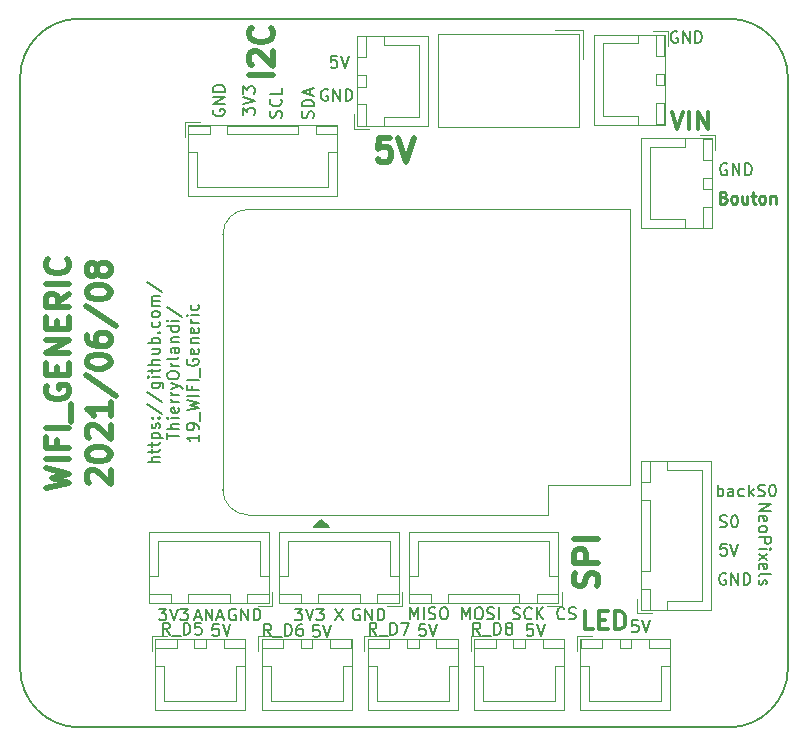
<source format=gbr>
%TF.GenerationSoftware,KiCad,Pcbnew,(5.1.9)-1*%
%TF.CreationDate,2021-06-08T16:49:57+02:00*%
%TF.ProjectId,19_WIFI_Generic,31395f57-4946-4495-9f47-656e65726963,rev?*%
%TF.SameCoordinates,Original*%
%TF.FileFunction,Legend,Top*%
%TF.FilePolarity,Positive*%
%FSLAX46Y46*%
G04 Gerber Fmt 4.6, Leading zero omitted, Abs format (unit mm)*
G04 Created by KiCad (PCBNEW (5.1.9)-1) date 2021-06-08 16:49:57*
%MOMM*%
%LPD*%
G01*
G04 APERTURE LIST*
%ADD10C,0.150000*%
%ADD11C,0.500000*%
%ADD12C,0.375000*%
%ADD13C,0.250000*%
%TA.AperFunction,Profile*%
%ADD14C,0.150000*%
%TD*%
%ADD15C,0.120000*%
G04 APERTURE END LIST*
D10*
X153952380Y-132152380D02*
X153619047Y-131676190D01*
X153380952Y-132152380D02*
X153380952Y-131152380D01*
X153761904Y-131152380D01*
X153857142Y-131200000D01*
X153904761Y-131247619D01*
X153952380Y-131342857D01*
X153952380Y-131485714D01*
X153904761Y-131580952D01*
X153857142Y-131628571D01*
X153761904Y-131676190D01*
X153380952Y-131676190D01*
X154142857Y-132247619D02*
X154904761Y-132247619D01*
X155142857Y-132152380D02*
X155142857Y-131152380D01*
X155380952Y-131152380D01*
X155523809Y-131200000D01*
X155619047Y-131295238D01*
X155666666Y-131390476D01*
X155714285Y-131580952D01*
X155714285Y-131723809D01*
X155666666Y-131914285D01*
X155619047Y-132009523D01*
X155523809Y-132104761D01*
X155380952Y-132152380D01*
X155142857Y-132152380D01*
X156285714Y-131580952D02*
X156190476Y-131533333D01*
X156142857Y-131485714D01*
X156095238Y-131390476D01*
X156095238Y-131342857D01*
X156142857Y-131247619D01*
X156190476Y-131200000D01*
X156285714Y-131152380D01*
X156476190Y-131152380D01*
X156571428Y-131200000D01*
X156619047Y-131247619D01*
X156666666Y-131342857D01*
X156666666Y-131390476D01*
X156619047Y-131485714D01*
X156571428Y-131533333D01*
X156476190Y-131580952D01*
X156285714Y-131580952D01*
X156190476Y-131628571D01*
X156142857Y-131676190D01*
X156095238Y-131771428D01*
X156095238Y-131961904D01*
X156142857Y-132057142D01*
X156190476Y-132104761D01*
X156285714Y-132152380D01*
X156476190Y-132152380D01*
X156571428Y-132104761D01*
X156619047Y-132057142D01*
X156666666Y-131961904D01*
X156666666Y-131771428D01*
X156619047Y-131676190D01*
X156571428Y-131628571D01*
X156476190Y-131580952D01*
X145152380Y-132152380D02*
X144819047Y-131676190D01*
X144580952Y-132152380D02*
X144580952Y-131152380D01*
X144961904Y-131152380D01*
X145057142Y-131200000D01*
X145104761Y-131247619D01*
X145152380Y-131342857D01*
X145152380Y-131485714D01*
X145104761Y-131580952D01*
X145057142Y-131628571D01*
X144961904Y-131676190D01*
X144580952Y-131676190D01*
X145342857Y-132247619D02*
X146104761Y-132247619D01*
X146342857Y-132152380D02*
X146342857Y-131152380D01*
X146580952Y-131152380D01*
X146723809Y-131200000D01*
X146819047Y-131295238D01*
X146866666Y-131390476D01*
X146914285Y-131580952D01*
X146914285Y-131723809D01*
X146866666Y-131914285D01*
X146819047Y-132009523D01*
X146723809Y-132104761D01*
X146580952Y-132152380D01*
X146342857Y-132152380D01*
X147247619Y-131152380D02*
X147914285Y-131152380D01*
X147485714Y-132152380D01*
X136252380Y-132252380D02*
X135919047Y-131776190D01*
X135680952Y-132252380D02*
X135680952Y-131252380D01*
X136061904Y-131252380D01*
X136157142Y-131300000D01*
X136204761Y-131347619D01*
X136252380Y-131442857D01*
X136252380Y-131585714D01*
X136204761Y-131680952D01*
X136157142Y-131728571D01*
X136061904Y-131776190D01*
X135680952Y-131776190D01*
X136442857Y-132347619D02*
X137204761Y-132347619D01*
X137442857Y-132252380D02*
X137442857Y-131252380D01*
X137680952Y-131252380D01*
X137823809Y-131300000D01*
X137919047Y-131395238D01*
X137966666Y-131490476D01*
X138014285Y-131680952D01*
X138014285Y-131823809D01*
X137966666Y-132014285D01*
X137919047Y-132109523D01*
X137823809Y-132204761D01*
X137680952Y-132252380D01*
X137442857Y-132252380D01*
X138871428Y-131252380D02*
X138680952Y-131252380D01*
X138585714Y-131300000D01*
X138538095Y-131347619D01*
X138442857Y-131490476D01*
X138395238Y-131680952D01*
X138395238Y-132061904D01*
X138442857Y-132157142D01*
X138490476Y-132204761D01*
X138585714Y-132252380D01*
X138776190Y-132252380D01*
X138871428Y-132204761D01*
X138919047Y-132157142D01*
X138966666Y-132061904D01*
X138966666Y-131823809D01*
X138919047Y-131728571D01*
X138871428Y-131680952D01*
X138776190Y-131633333D01*
X138585714Y-131633333D01*
X138490476Y-131680952D01*
X138442857Y-131728571D01*
X138395238Y-131823809D01*
X158409523Y-131252380D02*
X157933333Y-131252380D01*
X157885714Y-131728571D01*
X157933333Y-131680952D01*
X158028571Y-131633333D01*
X158266666Y-131633333D01*
X158361904Y-131680952D01*
X158409523Y-131728571D01*
X158457142Y-131823809D01*
X158457142Y-132061904D01*
X158409523Y-132157142D01*
X158361904Y-132204761D01*
X158266666Y-132252380D01*
X158028571Y-132252380D01*
X157933333Y-132204761D01*
X157885714Y-132157142D01*
X158742857Y-131252380D02*
X159076190Y-132252380D01*
X159409523Y-131252380D01*
X149309523Y-131252380D02*
X148833333Y-131252380D01*
X148785714Y-131728571D01*
X148833333Y-131680952D01*
X148928571Y-131633333D01*
X149166666Y-131633333D01*
X149261904Y-131680952D01*
X149309523Y-131728571D01*
X149357142Y-131823809D01*
X149357142Y-132061904D01*
X149309523Y-132157142D01*
X149261904Y-132204761D01*
X149166666Y-132252380D01*
X148928571Y-132252380D01*
X148833333Y-132204761D01*
X148785714Y-132157142D01*
X149642857Y-131252380D02*
X149976190Y-132252380D01*
X150309523Y-131252380D01*
X140309523Y-131352380D02*
X139833333Y-131352380D01*
X139785714Y-131828571D01*
X139833333Y-131780952D01*
X139928571Y-131733333D01*
X140166666Y-131733333D01*
X140261904Y-131780952D01*
X140309523Y-131828571D01*
X140357142Y-131923809D01*
X140357142Y-132161904D01*
X140309523Y-132257142D01*
X140261904Y-132304761D01*
X140166666Y-132352380D01*
X139928571Y-132352380D01*
X139833333Y-132304761D01*
X139785714Y-132257142D01*
X140642857Y-131352380D02*
X140976190Y-132352380D01*
X141309523Y-131352380D01*
D11*
X163809523Y-128047619D02*
X163904761Y-127761904D01*
X163904761Y-127285714D01*
X163809523Y-127095238D01*
X163714285Y-127000000D01*
X163523809Y-126904761D01*
X163333333Y-126904761D01*
X163142857Y-127000000D01*
X163047619Y-127095238D01*
X162952380Y-127285714D01*
X162857142Y-127666666D01*
X162761904Y-127857142D01*
X162666666Y-127952380D01*
X162476190Y-128047619D01*
X162285714Y-128047619D01*
X162095238Y-127952380D01*
X162000000Y-127857142D01*
X161904761Y-127666666D01*
X161904761Y-127190476D01*
X162000000Y-126904761D01*
X163904761Y-126047619D02*
X161904761Y-126047619D01*
X161904761Y-125285714D01*
X162000000Y-125095238D01*
X162095238Y-125000000D01*
X162285714Y-124904761D01*
X162571428Y-124904761D01*
X162761904Y-125000000D01*
X162857142Y-125095238D01*
X162952380Y-125285714D01*
X162952380Y-126047619D01*
X163904761Y-124047619D02*
X161904761Y-124047619D01*
D10*
X148023809Y-130852380D02*
X148023809Y-129852380D01*
X148357142Y-130566666D01*
X148690476Y-129852380D01*
X148690476Y-130852380D01*
X149166666Y-130852380D02*
X149166666Y-129852380D01*
X149595238Y-130804761D02*
X149738095Y-130852380D01*
X149976190Y-130852380D01*
X150071428Y-130804761D01*
X150119047Y-130757142D01*
X150166666Y-130661904D01*
X150166666Y-130566666D01*
X150119047Y-130471428D01*
X150071428Y-130423809D01*
X149976190Y-130376190D01*
X149785714Y-130328571D01*
X149690476Y-130280952D01*
X149642857Y-130233333D01*
X149595238Y-130138095D01*
X149595238Y-130042857D01*
X149642857Y-129947619D01*
X149690476Y-129900000D01*
X149785714Y-129852380D01*
X150023809Y-129852380D01*
X150166666Y-129900000D01*
X150785714Y-129852380D02*
X150976190Y-129852380D01*
X151071428Y-129900000D01*
X151166666Y-129995238D01*
X151214285Y-130185714D01*
X151214285Y-130519047D01*
X151166666Y-130709523D01*
X151071428Y-130804761D01*
X150976190Y-130852380D01*
X150785714Y-130852380D01*
X150690476Y-130804761D01*
X150595238Y-130709523D01*
X150547619Y-130519047D01*
X150547619Y-130185714D01*
X150595238Y-129995238D01*
X150690476Y-129900000D01*
X150785714Y-129852380D01*
X152404761Y-130852380D02*
X152404761Y-129852380D01*
X152738095Y-130566666D01*
X153071428Y-129852380D01*
X153071428Y-130852380D01*
X153738095Y-129852380D02*
X153928571Y-129852380D01*
X154023809Y-129900000D01*
X154119047Y-129995238D01*
X154166666Y-130185714D01*
X154166666Y-130519047D01*
X154119047Y-130709523D01*
X154023809Y-130804761D01*
X153928571Y-130852380D01*
X153738095Y-130852380D01*
X153642857Y-130804761D01*
X153547619Y-130709523D01*
X153500000Y-130519047D01*
X153500000Y-130185714D01*
X153547619Y-129995238D01*
X153642857Y-129900000D01*
X153738095Y-129852380D01*
X154547619Y-130804761D02*
X154690476Y-130852380D01*
X154928571Y-130852380D01*
X155023809Y-130804761D01*
X155071428Y-130757142D01*
X155119047Y-130661904D01*
X155119047Y-130566666D01*
X155071428Y-130471428D01*
X155023809Y-130423809D01*
X154928571Y-130376190D01*
X154738095Y-130328571D01*
X154642857Y-130280952D01*
X154595238Y-130233333D01*
X154547619Y-130138095D01*
X154547619Y-130042857D01*
X154595238Y-129947619D01*
X154642857Y-129900000D01*
X154738095Y-129852380D01*
X154976190Y-129852380D01*
X155119047Y-129900000D01*
X155547619Y-130852380D02*
X155547619Y-129852380D01*
X156738095Y-130804761D02*
X156880952Y-130852380D01*
X157119047Y-130852380D01*
X157214285Y-130804761D01*
X157261904Y-130757142D01*
X157309523Y-130661904D01*
X157309523Y-130566666D01*
X157261904Y-130471428D01*
X157214285Y-130423809D01*
X157119047Y-130376190D01*
X156928571Y-130328571D01*
X156833333Y-130280952D01*
X156785714Y-130233333D01*
X156738095Y-130138095D01*
X156738095Y-130042857D01*
X156785714Y-129947619D01*
X156833333Y-129900000D01*
X156928571Y-129852380D01*
X157166666Y-129852380D01*
X157309523Y-129900000D01*
X158309523Y-130757142D02*
X158261904Y-130804761D01*
X158119047Y-130852380D01*
X158023809Y-130852380D01*
X157880952Y-130804761D01*
X157785714Y-130709523D01*
X157738095Y-130614285D01*
X157690476Y-130423809D01*
X157690476Y-130280952D01*
X157738095Y-130090476D01*
X157785714Y-129995238D01*
X157880952Y-129900000D01*
X158023809Y-129852380D01*
X158119047Y-129852380D01*
X158261904Y-129900000D01*
X158309523Y-129947619D01*
X158738095Y-130852380D02*
X158738095Y-129852380D01*
X159309523Y-130852380D02*
X158880952Y-130280952D01*
X159309523Y-129852380D02*
X158738095Y-130423809D01*
X161071428Y-130757142D02*
X161023809Y-130804761D01*
X160880952Y-130852380D01*
X160785714Y-130852380D01*
X160642857Y-130804761D01*
X160547619Y-130709523D01*
X160500000Y-130614285D01*
X160452380Y-130423809D01*
X160452380Y-130280952D01*
X160500000Y-130090476D01*
X160547619Y-129995238D01*
X160642857Y-129900000D01*
X160785714Y-129852380D01*
X160880952Y-129852380D01*
X161023809Y-129900000D01*
X161071428Y-129947619D01*
X161452380Y-130804761D02*
X161595238Y-130852380D01*
X161833333Y-130852380D01*
X161928571Y-130804761D01*
X161976190Y-130757142D01*
X162023809Y-130661904D01*
X162023809Y-130566666D01*
X161976190Y-130471428D01*
X161928571Y-130423809D01*
X161833333Y-130376190D01*
X161642857Y-130328571D01*
X161547619Y-130280952D01*
X161500000Y-130233333D01*
X161452380Y-130138095D01*
X161452380Y-130042857D01*
X161500000Y-129947619D01*
X161547619Y-129900000D01*
X161642857Y-129852380D01*
X161880952Y-129852380D01*
X162023809Y-129900000D01*
X141666666Y-129952380D02*
X142333333Y-130952380D01*
X142333333Y-129952380D02*
X141666666Y-130952380D01*
X143738095Y-130000000D02*
X143642857Y-129952380D01*
X143500000Y-129952380D01*
X143357142Y-130000000D01*
X143261904Y-130095238D01*
X143214285Y-130190476D01*
X143166666Y-130380952D01*
X143166666Y-130523809D01*
X143214285Y-130714285D01*
X143261904Y-130809523D01*
X143357142Y-130904761D01*
X143500000Y-130952380D01*
X143595238Y-130952380D01*
X143738095Y-130904761D01*
X143785714Y-130857142D01*
X143785714Y-130523809D01*
X143595238Y-130523809D01*
X144214285Y-130952380D02*
X144214285Y-129952380D01*
X144785714Y-130952380D01*
X144785714Y-129952380D01*
X145261904Y-130952380D02*
X145261904Y-129952380D01*
X145500000Y-129952380D01*
X145642857Y-130000000D01*
X145738095Y-130095238D01*
X145785714Y-130190476D01*
X145833333Y-130380952D01*
X145833333Y-130523809D01*
X145785714Y-130714285D01*
X145738095Y-130809523D01*
X145642857Y-130904761D01*
X145500000Y-130952380D01*
X145261904Y-130952380D01*
X138261904Y-129952380D02*
X138880952Y-129952380D01*
X138547619Y-130333333D01*
X138690476Y-130333333D01*
X138785714Y-130380952D01*
X138833333Y-130428571D01*
X138880952Y-130523809D01*
X138880952Y-130761904D01*
X138833333Y-130857142D01*
X138785714Y-130904761D01*
X138690476Y-130952380D01*
X138404761Y-130952380D01*
X138309523Y-130904761D01*
X138261904Y-130857142D01*
X139166666Y-129952380D02*
X139500000Y-130952380D01*
X139833333Y-129952380D01*
X140071428Y-129952380D02*
X140690476Y-129952380D01*
X140357142Y-130333333D01*
X140500000Y-130333333D01*
X140595238Y-130380952D01*
X140642857Y-130428571D01*
X140690476Y-130523809D01*
X140690476Y-130761904D01*
X140642857Y-130857142D01*
X140595238Y-130904761D01*
X140500000Y-130952380D01*
X140214285Y-130952380D01*
X140119047Y-130904761D01*
X140071428Y-130857142D01*
X127652380Y-132152380D02*
X127319047Y-131676190D01*
X127080952Y-132152380D02*
X127080952Y-131152380D01*
X127461904Y-131152380D01*
X127557142Y-131200000D01*
X127604761Y-131247619D01*
X127652380Y-131342857D01*
X127652380Y-131485714D01*
X127604761Y-131580952D01*
X127557142Y-131628571D01*
X127461904Y-131676190D01*
X127080952Y-131676190D01*
X127842857Y-132247619D02*
X128604761Y-132247619D01*
X128842857Y-132152380D02*
X128842857Y-131152380D01*
X129080952Y-131152380D01*
X129223809Y-131200000D01*
X129319047Y-131295238D01*
X129366666Y-131390476D01*
X129414285Y-131580952D01*
X129414285Y-131723809D01*
X129366666Y-131914285D01*
X129319047Y-132009523D01*
X129223809Y-132104761D01*
X129080952Y-132152380D01*
X128842857Y-132152380D01*
X130319047Y-131152380D02*
X129842857Y-131152380D01*
X129795238Y-131628571D01*
X129842857Y-131580952D01*
X129938095Y-131533333D01*
X130176190Y-131533333D01*
X130271428Y-131580952D01*
X130319047Y-131628571D01*
X130366666Y-131723809D01*
X130366666Y-131961904D01*
X130319047Y-132057142D01*
X130271428Y-132104761D01*
X130176190Y-132152380D01*
X129938095Y-132152380D01*
X129842857Y-132104761D01*
X129795238Y-132057142D01*
X131809523Y-131252380D02*
X131333333Y-131252380D01*
X131285714Y-131728571D01*
X131333333Y-131680952D01*
X131428571Y-131633333D01*
X131666666Y-131633333D01*
X131761904Y-131680952D01*
X131809523Y-131728571D01*
X131857142Y-131823809D01*
X131857142Y-132061904D01*
X131809523Y-132157142D01*
X131761904Y-132204761D01*
X131666666Y-132252380D01*
X131428571Y-132252380D01*
X131333333Y-132204761D01*
X131285714Y-132157142D01*
X132142857Y-131252380D02*
X132476190Y-132252380D01*
X132809523Y-131252380D01*
X170638095Y-81100000D02*
X170542857Y-81052380D01*
X170400000Y-81052380D01*
X170257142Y-81100000D01*
X170161904Y-81195238D01*
X170114285Y-81290476D01*
X170066666Y-81480952D01*
X170066666Y-81623809D01*
X170114285Y-81814285D01*
X170161904Y-81909523D01*
X170257142Y-82004761D01*
X170400000Y-82052380D01*
X170495238Y-82052380D01*
X170638095Y-82004761D01*
X170685714Y-81957142D01*
X170685714Y-81623809D01*
X170495238Y-81623809D01*
X171114285Y-82052380D02*
X171114285Y-81052380D01*
X171685714Y-82052380D01*
X171685714Y-81052380D01*
X172161904Y-82052380D02*
X172161904Y-81052380D01*
X172400000Y-81052380D01*
X172542857Y-81100000D01*
X172638095Y-81195238D01*
X172685714Y-81290476D01*
X172733333Y-81480952D01*
X172733333Y-81623809D01*
X172685714Y-81814285D01*
X172638095Y-81909523D01*
X172542857Y-82004761D01*
X172400000Y-82052380D01*
X172161904Y-82052380D01*
X141809523Y-83152380D02*
X141333333Y-83152380D01*
X141285714Y-83628571D01*
X141333333Y-83580952D01*
X141428571Y-83533333D01*
X141666666Y-83533333D01*
X141761904Y-83580952D01*
X141809523Y-83628571D01*
X141857142Y-83723809D01*
X141857142Y-83961904D01*
X141809523Y-84057142D01*
X141761904Y-84104761D01*
X141666666Y-84152380D01*
X141428571Y-84152380D01*
X141333333Y-84104761D01*
X141285714Y-84057142D01*
X142142857Y-83152380D02*
X142476190Y-84152380D01*
X142809523Y-83152380D01*
X141038095Y-86000000D02*
X140942857Y-85952380D01*
X140800000Y-85952380D01*
X140657142Y-86000000D01*
X140561904Y-86095238D01*
X140514285Y-86190476D01*
X140466666Y-86380952D01*
X140466666Y-86523809D01*
X140514285Y-86714285D01*
X140561904Y-86809523D01*
X140657142Y-86904761D01*
X140800000Y-86952380D01*
X140895238Y-86952380D01*
X141038095Y-86904761D01*
X141085714Y-86857142D01*
X141085714Y-86523809D01*
X140895238Y-86523809D01*
X141514285Y-86952380D02*
X141514285Y-85952380D01*
X142085714Y-86952380D01*
X142085714Y-85952380D01*
X142561904Y-86952380D02*
X142561904Y-85952380D01*
X142800000Y-85952380D01*
X142942857Y-86000000D01*
X143038095Y-86095238D01*
X143085714Y-86190476D01*
X143133333Y-86380952D01*
X143133333Y-86523809D01*
X143085714Y-86714285D01*
X143038095Y-86809523D01*
X142942857Y-86904761D01*
X142800000Y-86952380D01*
X142561904Y-86952380D01*
D11*
X146319047Y-90104761D02*
X145366666Y-90104761D01*
X145271428Y-91057142D01*
X145366666Y-90961904D01*
X145557142Y-90866666D01*
X146033333Y-90866666D01*
X146223809Y-90961904D01*
X146319047Y-91057142D01*
X146414285Y-91247619D01*
X146414285Y-91723809D01*
X146319047Y-91914285D01*
X146223809Y-92009523D01*
X146033333Y-92104761D01*
X145557142Y-92104761D01*
X145366666Y-92009523D01*
X145271428Y-91914285D01*
X146985714Y-90104761D02*
X147652380Y-92104761D01*
X148319047Y-90104761D01*
D10*
X129809523Y-130666666D02*
X130285714Y-130666666D01*
X129714285Y-130952380D02*
X130047619Y-129952380D01*
X130380952Y-130952380D01*
X130714285Y-130952380D02*
X130714285Y-129952380D01*
X131285714Y-130952380D01*
X131285714Y-129952380D01*
X131714285Y-130666666D02*
X132190476Y-130666666D01*
X131619047Y-130952380D02*
X131952380Y-129952380D01*
X132285714Y-130952380D01*
X126761904Y-129952380D02*
X127380952Y-129952380D01*
X127047619Y-130333333D01*
X127190476Y-130333333D01*
X127285714Y-130380952D01*
X127333333Y-130428571D01*
X127380952Y-130523809D01*
X127380952Y-130761904D01*
X127333333Y-130857142D01*
X127285714Y-130904761D01*
X127190476Y-130952380D01*
X126904761Y-130952380D01*
X126809523Y-130904761D01*
X126761904Y-130857142D01*
X127666666Y-129952380D02*
X128000000Y-130952380D01*
X128333333Y-129952380D01*
X128571428Y-129952380D02*
X129190476Y-129952380D01*
X128857142Y-130333333D01*
X129000000Y-130333333D01*
X129095238Y-130380952D01*
X129142857Y-130428571D01*
X129190476Y-130523809D01*
X129190476Y-130761904D01*
X129142857Y-130857142D01*
X129095238Y-130904761D01*
X129000000Y-130952380D01*
X128714285Y-130952380D01*
X128619047Y-130904761D01*
X128571428Y-130857142D01*
X133238095Y-130000000D02*
X133142857Y-129952380D01*
X133000000Y-129952380D01*
X132857142Y-130000000D01*
X132761904Y-130095238D01*
X132714285Y-130190476D01*
X132666666Y-130380952D01*
X132666666Y-130523809D01*
X132714285Y-130714285D01*
X132761904Y-130809523D01*
X132857142Y-130904761D01*
X133000000Y-130952380D01*
X133095238Y-130952380D01*
X133238095Y-130904761D01*
X133285714Y-130857142D01*
X133285714Y-130523809D01*
X133095238Y-130523809D01*
X133714285Y-130952380D02*
X133714285Y-129952380D01*
X134285714Y-130952380D01*
X134285714Y-129952380D01*
X134761904Y-130952380D02*
X134761904Y-129952380D01*
X135000000Y-129952380D01*
X135142857Y-130000000D01*
X135238095Y-130095238D01*
X135285714Y-130190476D01*
X135333333Y-130380952D01*
X135333333Y-130523809D01*
X135285714Y-130714285D01*
X135238095Y-130809523D01*
X135142857Y-130904761D01*
X135000000Y-130952380D01*
X134761904Y-130952380D01*
D12*
X170157142Y-87878571D02*
X170657142Y-89378571D01*
X171157142Y-87878571D01*
X171657142Y-89378571D02*
X171657142Y-87878571D01*
X172371428Y-89378571D02*
X172371428Y-87878571D01*
X173228571Y-89378571D01*
X173228571Y-87878571D01*
D11*
X136404761Y-84752380D02*
X134404761Y-84752380D01*
X134595238Y-83895238D02*
X134500000Y-83800000D01*
X134404761Y-83609523D01*
X134404761Y-83133333D01*
X134500000Y-82942857D01*
X134595238Y-82847619D01*
X134785714Y-82752380D01*
X134976190Y-82752380D01*
X135261904Y-82847619D01*
X136404761Y-83990476D01*
X136404761Y-82752380D01*
X136214285Y-80752380D02*
X136309523Y-80847619D01*
X136404761Y-81133333D01*
X136404761Y-81323809D01*
X136309523Y-81609523D01*
X136119047Y-81800000D01*
X135928571Y-81895238D01*
X135547619Y-81990476D01*
X135261904Y-81990476D01*
X134880952Y-81895238D01*
X134690476Y-81800000D01*
X134500000Y-81609523D01*
X134404761Y-81323809D01*
X134404761Y-81133333D01*
X134500000Y-80847619D01*
X134595238Y-80752380D01*
X117154761Y-119761904D02*
X119154761Y-119285714D01*
X117726190Y-118904761D01*
X119154761Y-118523809D01*
X117154761Y-118047619D01*
X119154761Y-117285714D02*
X117154761Y-117285714D01*
X118107142Y-115666666D02*
X118107142Y-116333333D01*
X119154761Y-116333333D02*
X117154761Y-116333333D01*
X117154761Y-115380952D01*
X119154761Y-114619047D02*
X117154761Y-114619047D01*
X119345238Y-114142857D02*
X119345238Y-112619047D01*
X117250000Y-111095238D02*
X117154761Y-111285714D01*
X117154761Y-111571428D01*
X117250000Y-111857142D01*
X117440476Y-112047619D01*
X117630952Y-112142857D01*
X118011904Y-112238095D01*
X118297619Y-112238095D01*
X118678571Y-112142857D01*
X118869047Y-112047619D01*
X119059523Y-111857142D01*
X119154761Y-111571428D01*
X119154761Y-111380952D01*
X119059523Y-111095238D01*
X118964285Y-111000000D01*
X118297619Y-111000000D01*
X118297619Y-111380952D01*
X118107142Y-110142857D02*
X118107142Y-109476190D01*
X119154761Y-109190476D02*
X119154761Y-110142857D01*
X117154761Y-110142857D01*
X117154761Y-109190476D01*
X119154761Y-108333333D02*
X117154761Y-108333333D01*
X119154761Y-107190476D01*
X117154761Y-107190476D01*
X118107142Y-106238095D02*
X118107142Y-105571428D01*
X119154761Y-105285714D02*
X119154761Y-106238095D01*
X117154761Y-106238095D01*
X117154761Y-105285714D01*
X119154761Y-103285714D02*
X118202380Y-103952380D01*
X119154761Y-104428571D02*
X117154761Y-104428571D01*
X117154761Y-103666666D01*
X117250000Y-103476190D01*
X117345238Y-103380952D01*
X117535714Y-103285714D01*
X117821428Y-103285714D01*
X118011904Y-103380952D01*
X118107142Y-103476190D01*
X118202380Y-103666666D01*
X118202380Y-104428571D01*
X119154761Y-102428571D02*
X117154761Y-102428571D01*
X118964285Y-100333333D02*
X119059523Y-100428571D01*
X119154761Y-100714285D01*
X119154761Y-100904761D01*
X119059523Y-101190476D01*
X118869047Y-101380952D01*
X118678571Y-101476190D01*
X118297619Y-101571428D01*
X118011904Y-101571428D01*
X117630952Y-101476190D01*
X117440476Y-101380952D01*
X117250000Y-101190476D01*
X117154761Y-100904761D01*
X117154761Y-100714285D01*
X117250000Y-100428571D01*
X117345238Y-100333333D01*
X120845238Y-119333333D02*
X120750000Y-119238095D01*
X120654761Y-119047619D01*
X120654761Y-118571428D01*
X120750000Y-118380952D01*
X120845238Y-118285714D01*
X121035714Y-118190476D01*
X121226190Y-118190476D01*
X121511904Y-118285714D01*
X122654761Y-119428571D01*
X122654761Y-118190476D01*
X120654761Y-116952380D02*
X120654761Y-116761904D01*
X120750000Y-116571428D01*
X120845238Y-116476190D01*
X121035714Y-116380952D01*
X121416666Y-116285714D01*
X121892857Y-116285714D01*
X122273809Y-116380952D01*
X122464285Y-116476190D01*
X122559523Y-116571428D01*
X122654761Y-116761904D01*
X122654761Y-116952380D01*
X122559523Y-117142857D01*
X122464285Y-117238095D01*
X122273809Y-117333333D01*
X121892857Y-117428571D01*
X121416666Y-117428571D01*
X121035714Y-117333333D01*
X120845238Y-117238095D01*
X120750000Y-117142857D01*
X120654761Y-116952380D01*
X120845238Y-115523809D02*
X120750000Y-115428571D01*
X120654761Y-115238095D01*
X120654761Y-114761904D01*
X120750000Y-114571428D01*
X120845238Y-114476190D01*
X121035714Y-114380952D01*
X121226190Y-114380952D01*
X121511904Y-114476190D01*
X122654761Y-115619047D01*
X122654761Y-114380952D01*
X122654761Y-112476190D02*
X122654761Y-113619047D01*
X122654761Y-113047619D02*
X120654761Y-113047619D01*
X120940476Y-113238095D01*
X121130952Y-113428571D01*
X121226190Y-113619047D01*
X120559523Y-110190476D02*
X123130952Y-111904761D01*
X120654761Y-109142857D02*
X120654761Y-108952380D01*
X120750000Y-108761904D01*
X120845238Y-108666666D01*
X121035714Y-108571428D01*
X121416666Y-108476190D01*
X121892857Y-108476190D01*
X122273809Y-108571428D01*
X122464285Y-108666666D01*
X122559523Y-108761904D01*
X122654761Y-108952380D01*
X122654761Y-109142857D01*
X122559523Y-109333333D01*
X122464285Y-109428571D01*
X122273809Y-109523809D01*
X121892857Y-109619047D01*
X121416666Y-109619047D01*
X121035714Y-109523809D01*
X120845238Y-109428571D01*
X120750000Y-109333333D01*
X120654761Y-109142857D01*
X120654761Y-106761904D02*
X120654761Y-107142857D01*
X120750000Y-107333333D01*
X120845238Y-107428571D01*
X121130952Y-107619047D01*
X121511904Y-107714285D01*
X122273809Y-107714285D01*
X122464285Y-107619047D01*
X122559523Y-107523809D01*
X122654761Y-107333333D01*
X122654761Y-106952380D01*
X122559523Y-106761904D01*
X122464285Y-106666666D01*
X122273809Y-106571428D01*
X121797619Y-106571428D01*
X121607142Y-106666666D01*
X121511904Y-106761904D01*
X121416666Y-106952380D01*
X121416666Y-107333333D01*
X121511904Y-107523809D01*
X121607142Y-107619047D01*
X121797619Y-107714285D01*
X120559523Y-104285714D02*
X123130952Y-106000000D01*
X120654761Y-103238095D02*
X120654761Y-103047619D01*
X120750000Y-102857142D01*
X120845238Y-102761904D01*
X121035714Y-102666666D01*
X121416666Y-102571428D01*
X121892857Y-102571428D01*
X122273809Y-102666666D01*
X122464285Y-102761904D01*
X122559523Y-102857142D01*
X122654761Y-103047619D01*
X122654761Y-103238095D01*
X122559523Y-103428571D01*
X122464285Y-103523809D01*
X122273809Y-103619047D01*
X121892857Y-103714285D01*
X121416666Y-103714285D01*
X121035714Y-103619047D01*
X120845238Y-103523809D01*
X120750000Y-103428571D01*
X120654761Y-103238095D01*
X121511904Y-101428571D02*
X121416666Y-101619047D01*
X121321428Y-101714285D01*
X121130952Y-101809523D01*
X121035714Y-101809523D01*
X120845238Y-101714285D01*
X120750000Y-101619047D01*
X120654761Y-101428571D01*
X120654761Y-101047619D01*
X120750000Y-100857142D01*
X120845238Y-100761904D01*
X121035714Y-100666666D01*
X121130952Y-100666666D01*
X121321428Y-100761904D01*
X121416666Y-100857142D01*
X121511904Y-101047619D01*
X121511904Y-101428571D01*
X121607142Y-101619047D01*
X121702380Y-101714285D01*
X121892857Y-101809523D01*
X122273809Y-101809523D01*
X122464285Y-101714285D01*
X122559523Y-101619047D01*
X122654761Y-101428571D01*
X122654761Y-101047619D01*
X122559523Y-100857142D01*
X122464285Y-100761904D01*
X122273809Y-100666666D01*
X121892857Y-100666666D01*
X121702380Y-100761904D01*
X121607142Y-100857142D01*
X121511904Y-101047619D01*
D10*
X174838095Y-92300000D02*
X174742857Y-92252380D01*
X174600000Y-92252380D01*
X174457142Y-92300000D01*
X174361904Y-92395238D01*
X174314285Y-92490476D01*
X174266666Y-92680952D01*
X174266666Y-92823809D01*
X174314285Y-93014285D01*
X174361904Y-93109523D01*
X174457142Y-93204761D01*
X174600000Y-93252380D01*
X174695238Y-93252380D01*
X174838095Y-93204761D01*
X174885714Y-93157142D01*
X174885714Y-92823809D01*
X174695238Y-92823809D01*
X175314285Y-93252380D02*
X175314285Y-92252380D01*
X175885714Y-93252380D01*
X175885714Y-92252380D01*
X176361904Y-93252380D02*
X176361904Y-92252380D01*
X176600000Y-92252380D01*
X176742857Y-92300000D01*
X176838095Y-92395238D01*
X176885714Y-92490476D01*
X176933333Y-92680952D01*
X176933333Y-92823809D01*
X176885714Y-93014285D01*
X176838095Y-93109523D01*
X176742857Y-93204761D01*
X176600000Y-93252380D01*
X176361904Y-93252380D01*
X167309523Y-130952380D02*
X166833333Y-130952380D01*
X166785714Y-131428571D01*
X166833333Y-131380952D01*
X166928571Y-131333333D01*
X167166666Y-131333333D01*
X167261904Y-131380952D01*
X167309523Y-131428571D01*
X167357142Y-131523809D01*
X167357142Y-131761904D01*
X167309523Y-131857142D01*
X167261904Y-131904761D01*
X167166666Y-131952380D01*
X166928571Y-131952380D01*
X166833333Y-131904761D01*
X166785714Y-131857142D01*
X167642857Y-130952380D02*
X167976190Y-131952380D01*
X168309523Y-130952380D01*
X139804761Y-88414285D02*
X139852380Y-88271428D01*
X139852380Y-88033333D01*
X139804761Y-87938095D01*
X139757142Y-87890476D01*
X139661904Y-87842857D01*
X139566666Y-87842857D01*
X139471428Y-87890476D01*
X139423809Y-87938095D01*
X139376190Y-88033333D01*
X139328571Y-88223809D01*
X139280952Y-88319047D01*
X139233333Y-88366666D01*
X139138095Y-88414285D01*
X139042857Y-88414285D01*
X138947619Y-88366666D01*
X138900000Y-88319047D01*
X138852380Y-88223809D01*
X138852380Y-87985714D01*
X138900000Y-87842857D01*
X139852380Y-87414285D02*
X138852380Y-87414285D01*
X138852380Y-87176190D01*
X138900000Y-87033333D01*
X138995238Y-86938095D01*
X139090476Y-86890476D01*
X139280952Y-86842857D01*
X139423809Y-86842857D01*
X139614285Y-86890476D01*
X139709523Y-86938095D01*
X139804761Y-87033333D01*
X139852380Y-87176190D01*
X139852380Y-87414285D01*
X139566666Y-86461904D02*
X139566666Y-85985714D01*
X139852380Y-86557142D02*
X138852380Y-86223809D01*
X139852380Y-85890476D01*
X137098761Y-88376476D02*
X137146380Y-88233619D01*
X137146380Y-87995523D01*
X137098761Y-87900285D01*
X137051142Y-87852666D01*
X136955904Y-87805047D01*
X136860666Y-87805047D01*
X136765428Y-87852666D01*
X136717809Y-87900285D01*
X136670190Y-87995523D01*
X136622571Y-88186000D01*
X136574952Y-88281238D01*
X136527333Y-88328857D01*
X136432095Y-88376476D01*
X136336857Y-88376476D01*
X136241619Y-88328857D01*
X136194000Y-88281238D01*
X136146380Y-88186000D01*
X136146380Y-87947904D01*
X136194000Y-87805047D01*
X137051142Y-86805047D02*
X137098761Y-86852666D01*
X137146380Y-86995523D01*
X137146380Y-87090761D01*
X137098761Y-87233619D01*
X137003523Y-87328857D01*
X136908285Y-87376476D01*
X136717809Y-87424095D01*
X136574952Y-87424095D01*
X136384476Y-87376476D01*
X136289238Y-87328857D01*
X136194000Y-87233619D01*
X136146380Y-87090761D01*
X136146380Y-86995523D01*
X136194000Y-86852666D01*
X136241619Y-86805047D01*
X137146380Y-85900285D02*
X137146380Y-86376476D01*
X136146380Y-86376476D01*
X133860380Y-88170095D02*
X133860380Y-87551047D01*
X134241333Y-87884380D01*
X134241333Y-87741523D01*
X134288952Y-87646285D01*
X134336571Y-87598666D01*
X134431809Y-87551047D01*
X134669904Y-87551047D01*
X134765142Y-87598666D01*
X134812761Y-87646285D01*
X134860380Y-87741523D01*
X134860380Y-88027238D01*
X134812761Y-88122476D01*
X134765142Y-88170095D01*
X133860380Y-87265333D02*
X134860380Y-86932000D01*
X133860380Y-86598666D01*
X133860380Y-86360571D02*
X133860380Y-85741523D01*
X134241333Y-86074857D01*
X134241333Y-85932000D01*
X134288952Y-85836761D01*
X134336571Y-85789142D01*
X134431809Y-85741523D01*
X134669904Y-85741523D01*
X134765142Y-85789142D01*
X134812761Y-85836761D01*
X134860380Y-85932000D01*
X134860380Y-86217714D01*
X134812761Y-86312952D01*
X134765142Y-86360571D01*
X131368000Y-87693904D02*
X131320380Y-87789142D01*
X131320380Y-87932000D01*
X131368000Y-88074857D01*
X131463238Y-88170095D01*
X131558476Y-88217714D01*
X131748952Y-88265333D01*
X131891809Y-88265333D01*
X132082285Y-88217714D01*
X132177523Y-88170095D01*
X132272761Y-88074857D01*
X132320380Y-87932000D01*
X132320380Y-87836761D01*
X132272761Y-87693904D01*
X132225142Y-87646285D01*
X131891809Y-87646285D01*
X131891809Y-87836761D01*
X132320380Y-87217714D02*
X131320380Y-87217714D01*
X132320380Y-86646285D01*
X131320380Y-86646285D01*
X132320380Y-86170095D02*
X131320380Y-86170095D01*
X131320380Y-85932000D01*
X131368000Y-85789142D01*
X131463238Y-85693904D01*
X131558476Y-85646285D01*
X131748952Y-85598666D01*
X131891809Y-85598666D01*
X132082285Y-85646285D01*
X132177523Y-85693904D01*
X132272761Y-85789142D01*
X132320380Y-85932000D01*
X132320380Y-86170095D01*
X174047619Y-120452380D02*
X174047619Y-119452380D01*
X174047619Y-119833333D02*
X174142857Y-119785714D01*
X174333333Y-119785714D01*
X174428571Y-119833333D01*
X174476190Y-119880952D01*
X174523809Y-119976190D01*
X174523809Y-120261904D01*
X174476190Y-120357142D01*
X174428571Y-120404761D01*
X174333333Y-120452380D01*
X174142857Y-120452380D01*
X174047619Y-120404761D01*
X175380952Y-120452380D02*
X175380952Y-119928571D01*
X175333333Y-119833333D01*
X175238095Y-119785714D01*
X175047619Y-119785714D01*
X174952380Y-119833333D01*
X175380952Y-120404761D02*
X175285714Y-120452380D01*
X175047619Y-120452380D01*
X174952380Y-120404761D01*
X174904761Y-120309523D01*
X174904761Y-120214285D01*
X174952380Y-120119047D01*
X175047619Y-120071428D01*
X175285714Y-120071428D01*
X175380952Y-120023809D01*
X176285714Y-120404761D02*
X176190476Y-120452380D01*
X176000000Y-120452380D01*
X175904761Y-120404761D01*
X175857142Y-120357142D01*
X175809523Y-120261904D01*
X175809523Y-119976190D01*
X175857142Y-119880952D01*
X175904761Y-119833333D01*
X176000000Y-119785714D01*
X176190476Y-119785714D01*
X176285714Y-119833333D01*
X176714285Y-120452380D02*
X176714285Y-119452380D01*
X176809523Y-120071428D02*
X177095238Y-120452380D01*
X177095238Y-119785714D02*
X176714285Y-120166666D01*
X177476190Y-120404761D02*
X177619047Y-120452380D01*
X177857142Y-120452380D01*
X177952380Y-120404761D01*
X178000000Y-120357142D01*
X178047619Y-120261904D01*
X178047619Y-120166666D01*
X178000000Y-120071428D01*
X177952380Y-120023809D01*
X177857142Y-119976190D01*
X177666666Y-119928571D01*
X177571428Y-119880952D01*
X177523809Y-119833333D01*
X177476190Y-119738095D01*
X177476190Y-119642857D01*
X177523809Y-119547619D01*
X177571428Y-119500000D01*
X177666666Y-119452380D01*
X177904761Y-119452380D01*
X178047619Y-119500000D01*
X178666666Y-119452380D02*
X178761904Y-119452380D01*
X178857142Y-119500000D01*
X178904761Y-119547619D01*
X178952380Y-119642857D01*
X179000000Y-119833333D01*
X179000000Y-120071428D01*
X178952380Y-120261904D01*
X178904761Y-120357142D01*
X178857142Y-120404761D01*
X178761904Y-120452380D01*
X178666666Y-120452380D01*
X178571428Y-120404761D01*
X178523809Y-120357142D01*
X178476190Y-120261904D01*
X178428571Y-120071428D01*
X178428571Y-119833333D01*
X178476190Y-119642857D01*
X178523809Y-119547619D01*
X178571428Y-119500000D01*
X178666666Y-119452380D01*
X174238095Y-123004761D02*
X174380952Y-123052380D01*
X174619047Y-123052380D01*
X174714285Y-123004761D01*
X174761904Y-122957142D01*
X174809523Y-122861904D01*
X174809523Y-122766666D01*
X174761904Y-122671428D01*
X174714285Y-122623809D01*
X174619047Y-122576190D01*
X174428571Y-122528571D01*
X174333333Y-122480952D01*
X174285714Y-122433333D01*
X174238095Y-122338095D01*
X174238095Y-122242857D01*
X174285714Y-122147619D01*
X174333333Y-122100000D01*
X174428571Y-122052380D01*
X174666666Y-122052380D01*
X174809523Y-122100000D01*
X175428571Y-122052380D02*
X175523809Y-122052380D01*
X175619047Y-122100000D01*
X175666666Y-122147619D01*
X175714285Y-122242857D01*
X175761904Y-122433333D01*
X175761904Y-122671428D01*
X175714285Y-122861904D01*
X175666666Y-122957142D01*
X175619047Y-123004761D01*
X175523809Y-123052380D01*
X175428571Y-123052380D01*
X175333333Y-123004761D01*
X175285714Y-122957142D01*
X175238095Y-122861904D01*
X175190476Y-122671428D01*
X175190476Y-122433333D01*
X175238095Y-122242857D01*
X175285714Y-122147619D01*
X175333333Y-122100000D01*
X175428571Y-122052380D01*
X174809523Y-124452380D02*
X174333333Y-124452380D01*
X174285714Y-124928571D01*
X174333333Y-124880952D01*
X174428571Y-124833333D01*
X174666666Y-124833333D01*
X174761904Y-124880952D01*
X174809523Y-124928571D01*
X174857142Y-125023809D01*
X174857142Y-125261904D01*
X174809523Y-125357142D01*
X174761904Y-125404761D01*
X174666666Y-125452380D01*
X174428571Y-125452380D01*
X174333333Y-125404761D01*
X174285714Y-125357142D01*
X175142857Y-124452380D02*
X175476190Y-125452380D01*
X175809523Y-124452380D01*
X174738095Y-127000000D02*
X174642857Y-126952380D01*
X174500000Y-126952380D01*
X174357142Y-127000000D01*
X174261904Y-127095238D01*
X174214285Y-127190476D01*
X174166666Y-127380952D01*
X174166666Y-127523809D01*
X174214285Y-127714285D01*
X174261904Y-127809523D01*
X174357142Y-127904761D01*
X174500000Y-127952380D01*
X174595238Y-127952380D01*
X174738095Y-127904761D01*
X174785714Y-127857142D01*
X174785714Y-127523809D01*
X174595238Y-127523809D01*
X175214285Y-127952380D02*
X175214285Y-126952380D01*
X175785714Y-127952380D01*
X175785714Y-126952380D01*
X176261904Y-127952380D02*
X176261904Y-126952380D01*
X176500000Y-126952380D01*
X176642857Y-127000000D01*
X176738095Y-127095238D01*
X176785714Y-127190476D01*
X176833333Y-127380952D01*
X176833333Y-127523809D01*
X176785714Y-127714285D01*
X176738095Y-127809523D01*
X176642857Y-127904761D01*
X176500000Y-127952380D01*
X176261904Y-127952380D01*
X126802380Y-117571428D02*
X125802380Y-117571428D01*
X126802380Y-117142857D02*
X126278571Y-117142857D01*
X126183333Y-117190476D01*
X126135714Y-117285714D01*
X126135714Y-117428571D01*
X126183333Y-117523809D01*
X126230952Y-117571428D01*
X126135714Y-116809523D02*
X126135714Y-116428571D01*
X125802380Y-116666666D02*
X126659523Y-116666666D01*
X126754761Y-116619047D01*
X126802380Y-116523809D01*
X126802380Y-116428571D01*
X126135714Y-116238095D02*
X126135714Y-115857142D01*
X125802380Y-116095238D02*
X126659523Y-116095238D01*
X126754761Y-116047619D01*
X126802380Y-115952380D01*
X126802380Y-115857142D01*
X126135714Y-115523809D02*
X127135714Y-115523809D01*
X126183333Y-115523809D02*
X126135714Y-115428571D01*
X126135714Y-115238095D01*
X126183333Y-115142857D01*
X126230952Y-115095238D01*
X126326190Y-115047619D01*
X126611904Y-115047619D01*
X126707142Y-115095238D01*
X126754761Y-115142857D01*
X126802380Y-115238095D01*
X126802380Y-115428571D01*
X126754761Y-115523809D01*
X126754761Y-114666666D02*
X126802380Y-114571428D01*
X126802380Y-114380952D01*
X126754761Y-114285714D01*
X126659523Y-114238095D01*
X126611904Y-114238095D01*
X126516666Y-114285714D01*
X126469047Y-114380952D01*
X126469047Y-114523809D01*
X126421428Y-114619047D01*
X126326190Y-114666666D01*
X126278571Y-114666666D01*
X126183333Y-114619047D01*
X126135714Y-114523809D01*
X126135714Y-114380952D01*
X126183333Y-114285714D01*
X126707142Y-113809523D02*
X126754761Y-113761904D01*
X126802380Y-113809523D01*
X126754761Y-113857142D01*
X126707142Y-113809523D01*
X126802380Y-113809523D01*
X126183333Y-113809523D02*
X126230952Y-113761904D01*
X126278571Y-113809523D01*
X126230952Y-113857142D01*
X126183333Y-113809523D01*
X126278571Y-113809523D01*
X125754761Y-112619047D02*
X127040476Y-113476190D01*
X125754761Y-111571428D02*
X127040476Y-112428571D01*
X126135714Y-110809523D02*
X126945238Y-110809523D01*
X127040476Y-110857142D01*
X127088095Y-110904761D01*
X127135714Y-111000000D01*
X127135714Y-111142857D01*
X127088095Y-111238095D01*
X126754761Y-110809523D02*
X126802380Y-110904761D01*
X126802380Y-111095238D01*
X126754761Y-111190476D01*
X126707142Y-111238095D01*
X126611904Y-111285714D01*
X126326190Y-111285714D01*
X126230952Y-111238095D01*
X126183333Y-111190476D01*
X126135714Y-111095238D01*
X126135714Y-110904761D01*
X126183333Y-110809523D01*
X126802380Y-110333333D02*
X126135714Y-110333333D01*
X125802380Y-110333333D02*
X125850000Y-110380952D01*
X125897619Y-110333333D01*
X125850000Y-110285714D01*
X125802380Y-110333333D01*
X125897619Y-110333333D01*
X126135714Y-110000000D02*
X126135714Y-109619047D01*
X125802380Y-109857142D02*
X126659523Y-109857142D01*
X126754761Y-109809523D01*
X126802380Y-109714285D01*
X126802380Y-109619047D01*
X126802380Y-109285714D02*
X125802380Y-109285714D01*
X126802380Y-108857142D02*
X126278571Y-108857142D01*
X126183333Y-108904761D01*
X126135714Y-109000000D01*
X126135714Y-109142857D01*
X126183333Y-109238095D01*
X126230952Y-109285714D01*
X126135714Y-107952380D02*
X126802380Y-107952380D01*
X126135714Y-108380952D02*
X126659523Y-108380952D01*
X126754761Y-108333333D01*
X126802380Y-108238095D01*
X126802380Y-108095238D01*
X126754761Y-108000000D01*
X126707142Y-107952380D01*
X126802380Y-107476190D02*
X125802380Y-107476190D01*
X126183333Y-107476190D02*
X126135714Y-107380952D01*
X126135714Y-107190476D01*
X126183333Y-107095238D01*
X126230952Y-107047619D01*
X126326190Y-107000000D01*
X126611904Y-107000000D01*
X126707142Y-107047619D01*
X126754761Y-107095238D01*
X126802380Y-107190476D01*
X126802380Y-107380952D01*
X126754761Y-107476190D01*
X126707142Y-106571428D02*
X126754761Y-106523809D01*
X126802380Y-106571428D01*
X126754761Y-106619047D01*
X126707142Y-106571428D01*
X126802380Y-106571428D01*
X126754761Y-105666666D02*
X126802380Y-105761904D01*
X126802380Y-105952380D01*
X126754761Y-106047619D01*
X126707142Y-106095238D01*
X126611904Y-106142857D01*
X126326190Y-106142857D01*
X126230952Y-106095238D01*
X126183333Y-106047619D01*
X126135714Y-105952380D01*
X126135714Y-105761904D01*
X126183333Y-105666666D01*
X126802380Y-105095238D02*
X126754761Y-105190476D01*
X126707142Y-105238095D01*
X126611904Y-105285714D01*
X126326190Y-105285714D01*
X126230952Y-105238095D01*
X126183333Y-105190476D01*
X126135714Y-105095238D01*
X126135714Y-104952380D01*
X126183333Y-104857142D01*
X126230952Y-104809523D01*
X126326190Y-104761904D01*
X126611904Y-104761904D01*
X126707142Y-104809523D01*
X126754761Y-104857142D01*
X126802380Y-104952380D01*
X126802380Y-105095238D01*
X126802380Y-104333333D02*
X126135714Y-104333333D01*
X126230952Y-104333333D02*
X126183333Y-104285714D01*
X126135714Y-104190476D01*
X126135714Y-104047619D01*
X126183333Y-103952380D01*
X126278571Y-103904761D01*
X126802380Y-103904761D01*
X126278571Y-103904761D02*
X126183333Y-103857142D01*
X126135714Y-103761904D01*
X126135714Y-103619047D01*
X126183333Y-103523809D01*
X126278571Y-103476190D01*
X126802380Y-103476190D01*
X125754761Y-102285714D02*
X127040476Y-103142857D01*
X127452380Y-115619047D02*
X127452380Y-115047619D01*
X128452380Y-115333333D02*
X127452380Y-115333333D01*
X128452380Y-114714285D02*
X127452380Y-114714285D01*
X128452380Y-114285714D02*
X127928571Y-114285714D01*
X127833333Y-114333333D01*
X127785714Y-114428571D01*
X127785714Y-114571428D01*
X127833333Y-114666666D01*
X127880952Y-114714285D01*
X128452380Y-113809523D02*
X127785714Y-113809523D01*
X127452380Y-113809523D02*
X127500000Y-113857142D01*
X127547619Y-113809523D01*
X127500000Y-113761904D01*
X127452380Y-113809523D01*
X127547619Y-113809523D01*
X128404761Y-112952380D02*
X128452380Y-113047619D01*
X128452380Y-113238095D01*
X128404761Y-113333333D01*
X128309523Y-113380952D01*
X127928571Y-113380952D01*
X127833333Y-113333333D01*
X127785714Y-113238095D01*
X127785714Y-113047619D01*
X127833333Y-112952380D01*
X127928571Y-112904761D01*
X128023809Y-112904761D01*
X128119047Y-113380952D01*
X128452380Y-112476190D02*
X127785714Y-112476190D01*
X127976190Y-112476190D02*
X127880952Y-112428571D01*
X127833333Y-112380952D01*
X127785714Y-112285714D01*
X127785714Y-112190476D01*
X128452380Y-111857142D02*
X127785714Y-111857142D01*
X127976190Y-111857142D02*
X127880952Y-111809523D01*
X127833333Y-111761904D01*
X127785714Y-111666666D01*
X127785714Y-111571428D01*
X127785714Y-111333333D02*
X128452380Y-111095238D01*
X127785714Y-110857142D02*
X128452380Y-111095238D01*
X128690476Y-111190476D01*
X128738095Y-111238095D01*
X128785714Y-111333333D01*
X127452380Y-110285714D02*
X127452380Y-110095238D01*
X127500000Y-110000000D01*
X127595238Y-109904761D01*
X127785714Y-109857142D01*
X128119047Y-109857142D01*
X128309523Y-109904761D01*
X128404761Y-110000000D01*
X128452380Y-110095238D01*
X128452380Y-110285714D01*
X128404761Y-110380952D01*
X128309523Y-110476190D01*
X128119047Y-110523809D01*
X127785714Y-110523809D01*
X127595238Y-110476190D01*
X127500000Y-110380952D01*
X127452380Y-110285714D01*
X128452380Y-109428571D02*
X127785714Y-109428571D01*
X127976190Y-109428571D02*
X127880952Y-109380952D01*
X127833333Y-109333333D01*
X127785714Y-109238095D01*
X127785714Y-109142857D01*
X128452380Y-108666666D02*
X128404761Y-108761904D01*
X128309523Y-108809523D01*
X127452380Y-108809523D01*
X128452380Y-107857142D02*
X127928571Y-107857142D01*
X127833333Y-107904761D01*
X127785714Y-108000000D01*
X127785714Y-108190476D01*
X127833333Y-108285714D01*
X128404761Y-107857142D02*
X128452380Y-107952380D01*
X128452380Y-108190476D01*
X128404761Y-108285714D01*
X128309523Y-108333333D01*
X128214285Y-108333333D01*
X128119047Y-108285714D01*
X128071428Y-108190476D01*
X128071428Y-107952380D01*
X128023809Y-107857142D01*
X127785714Y-107380952D02*
X128452380Y-107380952D01*
X127880952Y-107380952D02*
X127833333Y-107333333D01*
X127785714Y-107238095D01*
X127785714Y-107095238D01*
X127833333Y-107000000D01*
X127928571Y-106952380D01*
X128452380Y-106952380D01*
X128452380Y-106047619D02*
X127452380Y-106047619D01*
X128404761Y-106047619D02*
X128452380Y-106142857D01*
X128452380Y-106333333D01*
X128404761Y-106428571D01*
X128357142Y-106476190D01*
X128261904Y-106523809D01*
X127976190Y-106523809D01*
X127880952Y-106476190D01*
X127833333Y-106428571D01*
X127785714Y-106333333D01*
X127785714Y-106142857D01*
X127833333Y-106047619D01*
X128452380Y-105571428D02*
X127785714Y-105571428D01*
X127452380Y-105571428D02*
X127500000Y-105619047D01*
X127547619Y-105571428D01*
X127500000Y-105523809D01*
X127452380Y-105571428D01*
X127547619Y-105571428D01*
X127404761Y-104380952D02*
X128690476Y-105238095D01*
X130102380Y-115214285D02*
X130102380Y-115785714D01*
X130102380Y-115500000D02*
X129102380Y-115500000D01*
X129245238Y-115595238D01*
X129340476Y-115690476D01*
X129388095Y-115785714D01*
X130102380Y-114738095D02*
X130102380Y-114547619D01*
X130054761Y-114452380D01*
X130007142Y-114404761D01*
X129864285Y-114309523D01*
X129673809Y-114261904D01*
X129292857Y-114261904D01*
X129197619Y-114309523D01*
X129150000Y-114357142D01*
X129102380Y-114452380D01*
X129102380Y-114642857D01*
X129150000Y-114738095D01*
X129197619Y-114785714D01*
X129292857Y-114833333D01*
X129530952Y-114833333D01*
X129626190Y-114785714D01*
X129673809Y-114738095D01*
X129721428Y-114642857D01*
X129721428Y-114452380D01*
X129673809Y-114357142D01*
X129626190Y-114309523D01*
X129530952Y-114261904D01*
X130197619Y-114071428D02*
X130197619Y-113309523D01*
X129102380Y-113166666D02*
X130102380Y-112928571D01*
X129388095Y-112738095D01*
X130102380Y-112547619D01*
X129102380Y-112309523D01*
X130102380Y-111928571D02*
X129102380Y-111928571D01*
X129578571Y-111119047D02*
X129578571Y-111452380D01*
X130102380Y-111452380D02*
X129102380Y-111452380D01*
X129102380Y-110976190D01*
X130102380Y-110595238D02*
X129102380Y-110595238D01*
X130197619Y-110357142D02*
X130197619Y-109595238D01*
X129150000Y-108833333D02*
X129102380Y-108928571D01*
X129102380Y-109071428D01*
X129150000Y-109214285D01*
X129245238Y-109309523D01*
X129340476Y-109357142D01*
X129530952Y-109404761D01*
X129673809Y-109404761D01*
X129864285Y-109357142D01*
X129959523Y-109309523D01*
X130054761Y-109214285D01*
X130102380Y-109071428D01*
X130102380Y-108976190D01*
X130054761Y-108833333D01*
X130007142Y-108785714D01*
X129673809Y-108785714D01*
X129673809Y-108976190D01*
X130054761Y-107976190D02*
X130102380Y-108071428D01*
X130102380Y-108261904D01*
X130054761Y-108357142D01*
X129959523Y-108404761D01*
X129578571Y-108404761D01*
X129483333Y-108357142D01*
X129435714Y-108261904D01*
X129435714Y-108071428D01*
X129483333Y-107976190D01*
X129578571Y-107928571D01*
X129673809Y-107928571D01*
X129769047Y-108404761D01*
X129435714Y-107500000D02*
X130102380Y-107500000D01*
X129530952Y-107500000D02*
X129483333Y-107452380D01*
X129435714Y-107357142D01*
X129435714Y-107214285D01*
X129483333Y-107119047D01*
X129578571Y-107071428D01*
X130102380Y-107071428D01*
X130054761Y-106214285D02*
X130102380Y-106309523D01*
X130102380Y-106500000D01*
X130054761Y-106595238D01*
X129959523Y-106642857D01*
X129578571Y-106642857D01*
X129483333Y-106595238D01*
X129435714Y-106500000D01*
X129435714Y-106309523D01*
X129483333Y-106214285D01*
X129578571Y-106166666D01*
X129673809Y-106166666D01*
X129769047Y-106642857D01*
X130102380Y-105738095D02*
X129435714Y-105738095D01*
X129626190Y-105738095D02*
X129530952Y-105690476D01*
X129483333Y-105642857D01*
X129435714Y-105547619D01*
X129435714Y-105452380D01*
X130102380Y-105119047D02*
X129435714Y-105119047D01*
X129102380Y-105119047D02*
X129150000Y-105166666D01*
X129197619Y-105119047D01*
X129150000Y-105071428D01*
X129102380Y-105119047D01*
X129197619Y-105119047D01*
X130054761Y-104214285D02*
X130102380Y-104309523D01*
X130102380Y-104500000D01*
X130054761Y-104595238D01*
X130007142Y-104642857D01*
X129911904Y-104690476D01*
X129626190Y-104690476D01*
X129530952Y-104642857D01*
X129483333Y-104595238D01*
X129435714Y-104500000D01*
X129435714Y-104309523D01*
X129483333Y-104214285D01*
X177547619Y-121095238D02*
X178547619Y-121095238D01*
X177547619Y-121666666D01*
X178547619Y-121666666D01*
X177595238Y-122523809D02*
X177547619Y-122428571D01*
X177547619Y-122238095D01*
X177595238Y-122142857D01*
X177690476Y-122095238D01*
X178071428Y-122095238D01*
X178166666Y-122142857D01*
X178214285Y-122238095D01*
X178214285Y-122428571D01*
X178166666Y-122523809D01*
X178071428Y-122571428D01*
X177976190Y-122571428D01*
X177880952Y-122095238D01*
X177547619Y-123142857D02*
X177595238Y-123047619D01*
X177642857Y-123000000D01*
X177738095Y-122952380D01*
X178023809Y-122952380D01*
X178119047Y-123000000D01*
X178166666Y-123047619D01*
X178214285Y-123142857D01*
X178214285Y-123285714D01*
X178166666Y-123380952D01*
X178119047Y-123428571D01*
X178023809Y-123476190D01*
X177738095Y-123476190D01*
X177642857Y-123428571D01*
X177595238Y-123380952D01*
X177547619Y-123285714D01*
X177547619Y-123142857D01*
X177547619Y-123904761D02*
X178547619Y-123904761D01*
X178547619Y-124285714D01*
X178500000Y-124380952D01*
X178452380Y-124428571D01*
X178357142Y-124476190D01*
X178214285Y-124476190D01*
X178119047Y-124428571D01*
X178071428Y-124380952D01*
X178023809Y-124285714D01*
X178023809Y-123904761D01*
X177547619Y-124904761D02*
X178214285Y-124904761D01*
X178547619Y-124904761D02*
X178500000Y-124857142D01*
X178452380Y-124904761D01*
X178500000Y-124952380D01*
X178547619Y-124904761D01*
X178452380Y-124904761D01*
X177547619Y-125285714D02*
X178214285Y-125809523D01*
X178214285Y-125285714D02*
X177547619Y-125809523D01*
X177595238Y-126571428D02*
X177547619Y-126476190D01*
X177547619Y-126285714D01*
X177595238Y-126190476D01*
X177690476Y-126142857D01*
X178071428Y-126142857D01*
X178166666Y-126190476D01*
X178214285Y-126285714D01*
X178214285Y-126476190D01*
X178166666Y-126571428D01*
X178071428Y-126619047D01*
X177976190Y-126619047D01*
X177880952Y-126142857D01*
X177547619Y-127190476D02*
X177595238Y-127095238D01*
X177690476Y-127047619D01*
X178547619Y-127047619D01*
X177595238Y-127523809D02*
X177547619Y-127619047D01*
X177547619Y-127809523D01*
X177595238Y-127904761D01*
X177690476Y-127952380D01*
X177738095Y-127952380D01*
X177833333Y-127904761D01*
X177880952Y-127809523D01*
X177880952Y-127666666D01*
X177928571Y-127571428D01*
X178023809Y-127523809D01*
X178071428Y-127523809D01*
X178166666Y-127571428D01*
X178214285Y-127666666D01*
X178214285Y-127809523D01*
X178166666Y-127904761D01*
D13*
X174576190Y-95128571D02*
X174719047Y-95176190D01*
X174766666Y-95223809D01*
X174814285Y-95319047D01*
X174814285Y-95461904D01*
X174766666Y-95557142D01*
X174719047Y-95604761D01*
X174623809Y-95652380D01*
X174242857Y-95652380D01*
X174242857Y-94652380D01*
X174576190Y-94652380D01*
X174671428Y-94700000D01*
X174719047Y-94747619D01*
X174766666Y-94842857D01*
X174766666Y-94938095D01*
X174719047Y-95033333D01*
X174671428Y-95080952D01*
X174576190Y-95128571D01*
X174242857Y-95128571D01*
X175385714Y-95652380D02*
X175290476Y-95604761D01*
X175242857Y-95557142D01*
X175195238Y-95461904D01*
X175195238Y-95176190D01*
X175242857Y-95080952D01*
X175290476Y-95033333D01*
X175385714Y-94985714D01*
X175528571Y-94985714D01*
X175623809Y-95033333D01*
X175671428Y-95080952D01*
X175719047Y-95176190D01*
X175719047Y-95461904D01*
X175671428Y-95557142D01*
X175623809Y-95604761D01*
X175528571Y-95652380D01*
X175385714Y-95652380D01*
X176576190Y-94985714D02*
X176576190Y-95652380D01*
X176147619Y-94985714D02*
X176147619Y-95509523D01*
X176195238Y-95604761D01*
X176290476Y-95652380D01*
X176433333Y-95652380D01*
X176528571Y-95604761D01*
X176576190Y-95557142D01*
X176909523Y-94985714D02*
X177290476Y-94985714D01*
X177052380Y-94652380D02*
X177052380Y-95509523D01*
X177100000Y-95604761D01*
X177195238Y-95652380D01*
X177290476Y-95652380D01*
X177766666Y-95652380D02*
X177671428Y-95604761D01*
X177623809Y-95557142D01*
X177576190Y-95461904D01*
X177576190Y-95176190D01*
X177623809Y-95080952D01*
X177671428Y-95033333D01*
X177766666Y-94985714D01*
X177909523Y-94985714D01*
X178004761Y-95033333D01*
X178052380Y-95080952D01*
X178100000Y-95176190D01*
X178100000Y-95461904D01*
X178052380Y-95557142D01*
X178004761Y-95604761D01*
X177909523Y-95652380D01*
X177766666Y-95652380D01*
X178528571Y-94985714D02*
X178528571Y-95652380D01*
X178528571Y-95080952D02*
X178576190Y-95033333D01*
X178671428Y-94985714D01*
X178814285Y-94985714D01*
X178909523Y-95033333D01*
X178957142Y-95128571D01*
X178957142Y-95652380D01*
D12*
X163535714Y-131678571D02*
X162821428Y-131678571D01*
X162821428Y-130178571D01*
X164035714Y-130892857D02*
X164535714Y-130892857D01*
X164750000Y-131678571D02*
X164035714Y-131678571D01*
X164035714Y-130178571D01*
X164750000Y-130178571D01*
X165392857Y-131678571D02*
X165392857Y-130178571D01*
X165750000Y-130178571D01*
X165964285Y-130250000D01*
X166107142Y-130392857D01*
X166178571Y-130535714D01*
X166250000Y-130821428D01*
X166250000Y-131035714D01*
X166178571Y-131321428D01*
X166107142Y-131464285D01*
X165964285Y-131607142D01*
X165750000Y-131678571D01*
X165392857Y-131678571D01*
D14*
X175000000Y-80000000D02*
G75*
G02*
X180000000Y-85000000I0J-5000000D01*
G01*
X180000000Y-135000000D02*
G75*
G02*
X175000000Y-140000000I-5000000J0D01*
G01*
X120000000Y-140000000D02*
G75*
G02*
X115000000Y-135000000I0J5000000D01*
G01*
X115000000Y-85000000D02*
G75*
G02*
X120000000Y-80000000I5000000J0D01*
G01*
X115000000Y-135000000D02*
X115000000Y-85000000D01*
X175000000Y-140000000D02*
X120000000Y-140000000D01*
X180000000Y-85000000D02*
X180000000Y-135000000D01*
X120000000Y-80000000D02*
X175000000Y-80000000D01*
D15*
%TO.C,U1*%
X166620000Y-119460000D02*
X166620000Y-96140000D01*
X159720000Y-122000000D02*
X134290000Y-122000000D01*
X166620000Y-96140000D02*
X134290000Y-96140000D01*
X132160000Y-98260000D02*
X132160000Y-119870000D01*
D10*
G36*
X139865000Y-123040000D02*
G01*
X141135000Y-123040000D01*
X140500000Y-122405000D01*
X139865000Y-123040000D01*
G37*
X139865000Y-123040000D02*
X141135000Y-123040000D01*
X140500000Y-122405000D01*
X139865000Y-123040000D01*
D15*
X159720000Y-122000000D02*
X159720000Y-119460000D01*
X159720000Y-119460000D02*
X166620000Y-119460000D01*
X134290000Y-122000000D02*
G75*
G02*
X132160000Y-119870000I0J2130000D01*
G01*
X132160000Y-98270000D02*
G75*
G02*
X134290000Y-96140000I2130000J0D01*
G01*
%TO.C,U2*%
X162320000Y-81280000D02*
X162320000Y-89130000D01*
X162320000Y-89130000D02*
X150380000Y-89130000D01*
X150380000Y-89130000D02*
X150380000Y-81280000D01*
X150380000Y-81280000D02*
X162320000Y-81280000D01*
X162650000Y-83400000D02*
X162650000Y-80950000D01*
X162650000Y-80950000D02*
X160320000Y-80950000D01*
%TO.C,J1*%
X167250000Y-130350000D02*
X168500000Y-130350000D01*
X167250000Y-129100000D02*
X167250000Y-130350000D01*
X172750000Y-118200000D02*
X172750000Y-123750000D01*
X169800000Y-118200000D02*
X172750000Y-118200000D01*
X169800000Y-117450000D02*
X169800000Y-118200000D01*
X172750000Y-129300000D02*
X172750000Y-123750000D01*
X169800000Y-129300000D02*
X172750000Y-129300000D01*
X169800000Y-130050000D02*
X169800000Y-129300000D01*
X167550000Y-117450000D02*
X167550000Y-119250000D01*
X168300000Y-117450000D02*
X167550000Y-117450000D01*
X168300000Y-119250000D02*
X168300000Y-117450000D01*
X167550000Y-119250000D02*
X168300000Y-119250000D01*
X167550000Y-128250000D02*
X167550000Y-130050000D01*
X168300000Y-128250000D02*
X167550000Y-128250000D01*
X168300000Y-130050000D02*
X168300000Y-128250000D01*
X167550000Y-130050000D02*
X168300000Y-130050000D01*
X167550000Y-120750000D02*
X167550000Y-126750000D01*
X168300000Y-120750000D02*
X167550000Y-120750000D01*
X168300000Y-126750000D02*
X168300000Y-120750000D01*
X167550000Y-126750000D02*
X168300000Y-126750000D01*
X167540000Y-117440000D02*
X167540000Y-130060000D01*
X173510000Y-117440000D02*
X167540000Y-117440000D01*
X173510000Y-130060000D02*
X173510000Y-117440000D01*
X167540000Y-130060000D02*
X173510000Y-130060000D01*
%TO.C,J2*%
X169560000Y-81340000D02*
X163590000Y-81340000D01*
X163590000Y-81340000D02*
X163590000Y-88960000D01*
X163590000Y-88960000D02*
X169560000Y-88960000D01*
X169560000Y-88960000D02*
X169560000Y-81340000D01*
X169550000Y-84650000D02*
X168800000Y-84650000D01*
X168800000Y-84650000D02*
X168800000Y-85650000D01*
X168800000Y-85650000D02*
X169550000Y-85650000D01*
X169550000Y-85650000D02*
X169550000Y-84650000D01*
X169550000Y-81350000D02*
X168800000Y-81350000D01*
X168800000Y-81350000D02*
X168800000Y-83150000D01*
X168800000Y-83150000D02*
X169550000Y-83150000D01*
X169550000Y-83150000D02*
X169550000Y-81350000D01*
X169550000Y-87150000D02*
X168800000Y-87150000D01*
X168800000Y-87150000D02*
X168800000Y-88950000D01*
X168800000Y-88950000D02*
X169550000Y-88950000D01*
X169550000Y-88950000D02*
X169550000Y-87150000D01*
X167300000Y-81350000D02*
X167300000Y-82100000D01*
X167300000Y-82100000D02*
X164350000Y-82100000D01*
X164350000Y-82100000D02*
X164350000Y-85150000D01*
X167300000Y-88950000D02*
X167300000Y-88200000D01*
X167300000Y-88200000D02*
X164350000Y-88200000D01*
X164350000Y-88200000D02*
X164350000Y-85150000D01*
X169850000Y-82300000D02*
X169850000Y-81050000D01*
X169850000Y-81050000D02*
X168600000Y-81050000D01*
%TO.C,J5*%
X160850000Y-129750000D02*
X160850000Y-128500000D01*
X159600000Y-129750000D02*
X160850000Y-129750000D01*
X148700000Y-124250000D02*
X154250000Y-124250000D01*
X148700000Y-127200000D02*
X148700000Y-124250000D01*
X147950000Y-127200000D02*
X148700000Y-127200000D01*
X159800000Y-124250000D02*
X154250000Y-124250000D01*
X159800000Y-127200000D02*
X159800000Y-124250000D01*
X160550000Y-127200000D02*
X159800000Y-127200000D01*
X147950000Y-129450000D02*
X149750000Y-129450000D01*
X147950000Y-128700000D02*
X147950000Y-129450000D01*
X149750000Y-128700000D02*
X147950000Y-128700000D01*
X149750000Y-129450000D02*
X149750000Y-128700000D01*
X158750000Y-129450000D02*
X160550000Y-129450000D01*
X158750000Y-128700000D02*
X158750000Y-129450000D01*
X160550000Y-128700000D02*
X158750000Y-128700000D01*
X160550000Y-129450000D02*
X160550000Y-128700000D01*
X151250000Y-129450000D02*
X157250000Y-129450000D01*
X151250000Y-128700000D02*
X151250000Y-129450000D01*
X157250000Y-128700000D02*
X151250000Y-128700000D01*
X157250000Y-129450000D02*
X157250000Y-128700000D01*
X147940000Y-129460000D02*
X160560000Y-129460000D01*
X147940000Y-123490000D02*
X147940000Y-129460000D01*
X160560000Y-123490000D02*
X147940000Y-123490000D01*
X160560000Y-129460000D02*
X160560000Y-123490000D01*
%TO.C,J6*%
X129240000Y-89040000D02*
X129240000Y-95010000D01*
X129240000Y-95010000D02*
X141860000Y-95010000D01*
X141860000Y-95010000D02*
X141860000Y-89040000D01*
X141860000Y-89040000D02*
X129240000Y-89040000D01*
X132550000Y-89050000D02*
X132550000Y-89800000D01*
X132550000Y-89800000D02*
X138550000Y-89800000D01*
X138550000Y-89800000D02*
X138550000Y-89050000D01*
X138550000Y-89050000D02*
X132550000Y-89050000D01*
X129250000Y-89050000D02*
X129250000Y-89800000D01*
X129250000Y-89800000D02*
X131050000Y-89800000D01*
X131050000Y-89800000D02*
X131050000Y-89050000D01*
X131050000Y-89050000D02*
X129250000Y-89050000D01*
X140050000Y-89050000D02*
X140050000Y-89800000D01*
X140050000Y-89800000D02*
X141850000Y-89800000D01*
X141850000Y-89800000D02*
X141850000Y-89050000D01*
X141850000Y-89050000D02*
X140050000Y-89050000D01*
X129250000Y-91300000D02*
X130000000Y-91300000D01*
X130000000Y-91300000D02*
X130000000Y-94250000D01*
X130000000Y-94250000D02*
X135550000Y-94250000D01*
X141850000Y-91300000D02*
X141100000Y-91300000D01*
X141100000Y-91300000D02*
X141100000Y-94250000D01*
X141100000Y-94250000D02*
X135550000Y-94250000D01*
X130200000Y-88750000D02*
X128950000Y-88750000D01*
X128950000Y-88750000D02*
X128950000Y-90000000D01*
%TO.C,J7*%
X147350000Y-129750000D02*
X147350000Y-128500000D01*
X146100000Y-129750000D02*
X147350000Y-129750000D01*
X137700000Y-124250000D02*
X142000000Y-124250000D01*
X137700000Y-127200000D02*
X137700000Y-124250000D01*
X136950000Y-127200000D02*
X137700000Y-127200000D01*
X146300000Y-124250000D02*
X142000000Y-124250000D01*
X146300000Y-127200000D02*
X146300000Y-124250000D01*
X147050000Y-127200000D02*
X146300000Y-127200000D01*
X136950000Y-129450000D02*
X138750000Y-129450000D01*
X136950000Y-128700000D02*
X136950000Y-129450000D01*
X138750000Y-128700000D02*
X136950000Y-128700000D01*
X138750000Y-129450000D02*
X138750000Y-128700000D01*
X145250000Y-129450000D02*
X147050000Y-129450000D01*
X145250000Y-128700000D02*
X145250000Y-129450000D01*
X147050000Y-128700000D02*
X145250000Y-128700000D01*
X147050000Y-129450000D02*
X147050000Y-128700000D01*
X140250000Y-129450000D02*
X143750000Y-129450000D01*
X140250000Y-128700000D02*
X140250000Y-129450000D01*
X143750000Y-128700000D02*
X140250000Y-128700000D01*
X143750000Y-129450000D02*
X143750000Y-128700000D01*
X136940000Y-129460000D02*
X147060000Y-129460000D01*
X136940000Y-123490000D02*
X136940000Y-129460000D01*
X147060000Y-123490000D02*
X136940000Y-123490000D01*
X147060000Y-129460000D02*
X147060000Y-123490000D01*
%TO.C,J8*%
X173850000Y-89850000D02*
X172600000Y-89850000D01*
X173850000Y-91100000D02*
X173850000Y-89850000D01*
X168350000Y-97000000D02*
X168350000Y-93950000D01*
X171300000Y-97000000D02*
X168350000Y-97000000D01*
X171300000Y-97750000D02*
X171300000Y-97000000D01*
X168350000Y-90900000D02*
X168350000Y-93950000D01*
X171300000Y-90900000D02*
X168350000Y-90900000D01*
X171300000Y-90150000D02*
X171300000Y-90900000D01*
X173550000Y-97750000D02*
X173550000Y-95950000D01*
X172800000Y-97750000D02*
X173550000Y-97750000D01*
X172800000Y-95950000D02*
X172800000Y-97750000D01*
X173550000Y-95950000D02*
X172800000Y-95950000D01*
X173550000Y-91950000D02*
X173550000Y-90150000D01*
X172800000Y-91950000D02*
X173550000Y-91950000D01*
X172800000Y-90150000D02*
X172800000Y-91950000D01*
X173550000Y-90150000D02*
X172800000Y-90150000D01*
X173550000Y-94450000D02*
X173550000Y-93450000D01*
X172800000Y-94450000D02*
X173550000Y-94450000D01*
X172800000Y-93450000D02*
X172800000Y-94450000D01*
X173550000Y-93450000D02*
X172800000Y-93450000D01*
X173560000Y-97760000D02*
X173560000Y-90140000D01*
X167590000Y-97760000D02*
X173560000Y-97760000D01*
X167590000Y-90140000D02*
X167590000Y-97760000D01*
X173560000Y-90140000D02*
X167590000Y-90140000D01*
%TO.C,J9*%
X162150000Y-132250000D02*
X162150000Y-133500000D01*
X163400000Y-132250000D02*
X162150000Y-132250000D01*
X169300000Y-137750000D02*
X166250000Y-137750000D01*
X169300000Y-134800000D02*
X169300000Y-137750000D01*
X170050000Y-134800000D02*
X169300000Y-134800000D01*
X163200000Y-137750000D02*
X166250000Y-137750000D01*
X163200000Y-134800000D02*
X163200000Y-137750000D01*
X162450000Y-134800000D02*
X163200000Y-134800000D01*
X170050000Y-132550000D02*
X168250000Y-132550000D01*
X170050000Y-133300000D02*
X170050000Y-132550000D01*
X168250000Y-133300000D02*
X170050000Y-133300000D01*
X168250000Y-132550000D02*
X168250000Y-133300000D01*
X164250000Y-132550000D02*
X162450000Y-132550000D01*
X164250000Y-133300000D02*
X164250000Y-132550000D01*
X162450000Y-133300000D02*
X164250000Y-133300000D01*
X162450000Y-132550000D02*
X162450000Y-133300000D01*
X166750000Y-132550000D02*
X165750000Y-132550000D01*
X166750000Y-133300000D02*
X166750000Y-132550000D01*
X165750000Y-133300000D02*
X166750000Y-133300000D01*
X165750000Y-132550000D02*
X165750000Y-133300000D01*
X170060000Y-132540000D02*
X162440000Y-132540000D01*
X170060000Y-138510000D02*
X170060000Y-132540000D01*
X162440000Y-138510000D02*
X170060000Y-138510000D01*
X162440000Y-132540000D02*
X162440000Y-138510000D01*
%TO.C,J10*%
X126440000Y-132540000D02*
X126440000Y-138510000D01*
X126440000Y-138510000D02*
X134060000Y-138510000D01*
X134060000Y-138510000D02*
X134060000Y-132540000D01*
X134060000Y-132540000D02*
X126440000Y-132540000D01*
X129750000Y-132550000D02*
X129750000Y-133300000D01*
X129750000Y-133300000D02*
X130750000Y-133300000D01*
X130750000Y-133300000D02*
X130750000Y-132550000D01*
X130750000Y-132550000D02*
X129750000Y-132550000D01*
X126450000Y-132550000D02*
X126450000Y-133300000D01*
X126450000Y-133300000D02*
X128250000Y-133300000D01*
X128250000Y-133300000D02*
X128250000Y-132550000D01*
X128250000Y-132550000D02*
X126450000Y-132550000D01*
X132250000Y-132550000D02*
X132250000Y-133300000D01*
X132250000Y-133300000D02*
X134050000Y-133300000D01*
X134050000Y-133300000D02*
X134050000Y-132550000D01*
X134050000Y-132550000D02*
X132250000Y-132550000D01*
X126450000Y-134800000D02*
X127200000Y-134800000D01*
X127200000Y-134800000D02*
X127200000Y-137750000D01*
X127200000Y-137750000D02*
X130250000Y-137750000D01*
X134050000Y-134800000D02*
X133300000Y-134800000D01*
X133300000Y-134800000D02*
X133300000Y-137750000D01*
X133300000Y-137750000D02*
X130250000Y-137750000D01*
X127400000Y-132250000D02*
X126150000Y-132250000D01*
X126150000Y-132250000D02*
X126150000Y-133500000D01*
%TO.C,J11*%
X135150000Y-132250000D02*
X135150000Y-133500000D01*
X136400000Y-132250000D02*
X135150000Y-132250000D01*
X142300000Y-137750000D02*
X139250000Y-137750000D01*
X142300000Y-134800000D02*
X142300000Y-137750000D01*
X143050000Y-134800000D02*
X142300000Y-134800000D01*
X136200000Y-137750000D02*
X139250000Y-137750000D01*
X136200000Y-134800000D02*
X136200000Y-137750000D01*
X135450000Y-134800000D02*
X136200000Y-134800000D01*
X143050000Y-132550000D02*
X141250000Y-132550000D01*
X143050000Y-133300000D02*
X143050000Y-132550000D01*
X141250000Y-133300000D02*
X143050000Y-133300000D01*
X141250000Y-132550000D02*
X141250000Y-133300000D01*
X137250000Y-132550000D02*
X135450000Y-132550000D01*
X137250000Y-133300000D02*
X137250000Y-132550000D01*
X135450000Y-133300000D02*
X137250000Y-133300000D01*
X135450000Y-132550000D02*
X135450000Y-133300000D01*
X139750000Y-132550000D02*
X138750000Y-132550000D01*
X139750000Y-133300000D02*
X139750000Y-132550000D01*
X138750000Y-133300000D02*
X139750000Y-133300000D01*
X138750000Y-132550000D02*
X138750000Y-133300000D01*
X143060000Y-132540000D02*
X135440000Y-132540000D01*
X143060000Y-138510000D02*
X143060000Y-132540000D01*
X135440000Y-138510000D02*
X143060000Y-138510000D01*
X135440000Y-132540000D02*
X135440000Y-138510000D01*
%TO.C,J12*%
X144150000Y-132250000D02*
X144150000Y-133500000D01*
X145400000Y-132250000D02*
X144150000Y-132250000D01*
X151300000Y-137750000D02*
X148250000Y-137750000D01*
X151300000Y-134800000D02*
X151300000Y-137750000D01*
X152050000Y-134800000D02*
X151300000Y-134800000D01*
X145200000Y-137750000D02*
X148250000Y-137750000D01*
X145200000Y-134800000D02*
X145200000Y-137750000D01*
X144450000Y-134800000D02*
X145200000Y-134800000D01*
X152050000Y-132550000D02*
X150250000Y-132550000D01*
X152050000Y-133300000D02*
X152050000Y-132550000D01*
X150250000Y-133300000D02*
X152050000Y-133300000D01*
X150250000Y-132550000D02*
X150250000Y-133300000D01*
X146250000Y-132550000D02*
X144450000Y-132550000D01*
X146250000Y-133300000D02*
X146250000Y-132550000D01*
X144450000Y-133300000D02*
X146250000Y-133300000D01*
X144450000Y-132550000D02*
X144450000Y-133300000D01*
X148750000Y-132550000D02*
X147750000Y-132550000D01*
X148750000Y-133300000D02*
X148750000Y-132550000D01*
X147750000Y-133300000D02*
X148750000Y-133300000D01*
X147750000Y-132550000D02*
X147750000Y-133300000D01*
X152060000Y-132540000D02*
X144440000Y-132540000D01*
X152060000Y-138510000D02*
X152060000Y-132540000D01*
X144440000Y-138510000D02*
X152060000Y-138510000D01*
X144440000Y-132540000D02*
X144440000Y-138510000D01*
%TO.C,J13*%
X153440000Y-132540000D02*
X153440000Y-138510000D01*
X153440000Y-138510000D02*
X161060000Y-138510000D01*
X161060000Y-138510000D02*
X161060000Y-132540000D01*
X161060000Y-132540000D02*
X153440000Y-132540000D01*
X156750000Y-132550000D02*
X156750000Y-133300000D01*
X156750000Y-133300000D02*
X157750000Y-133300000D01*
X157750000Y-133300000D02*
X157750000Y-132550000D01*
X157750000Y-132550000D02*
X156750000Y-132550000D01*
X153450000Y-132550000D02*
X153450000Y-133300000D01*
X153450000Y-133300000D02*
X155250000Y-133300000D01*
X155250000Y-133300000D02*
X155250000Y-132550000D01*
X155250000Y-132550000D02*
X153450000Y-132550000D01*
X159250000Y-132550000D02*
X159250000Y-133300000D01*
X159250000Y-133300000D02*
X161050000Y-133300000D01*
X161050000Y-133300000D02*
X161050000Y-132550000D01*
X161050000Y-132550000D02*
X159250000Y-132550000D01*
X153450000Y-134800000D02*
X154200000Y-134800000D01*
X154200000Y-134800000D02*
X154200000Y-137750000D01*
X154200000Y-137750000D02*
X157250000Y-137750000D01*
X161050000Y-134800000D02*
X160300000Y-134800000D01*
X160300000Y-134800000D02*
X160300000Y-137750000D01*
X160300000Y-137750000D02*
X157250000Y-137750000D01*
X154400000Y-132250000D02*
X153150000Y-132250000D01*
X153150000Y-132250000D02*
X153150000Y-133500000D01*
%TO.C,J15*%
X143250000Y-89350000D02*
X144500000Y-89350000D01*
X143250000Y-88100000D02*
X143250000Y-89350000D01*
X148750000Y-82200000D02*
X148750000Y-85250000D01*
X145800000Y-82200000D02*
X148750000Y-82200000D01*
X145800000Y-81450000D02*
X145800000Y-82200000D01*
X148750000Y-88300000D02*
X148750000Y-85250000D01*
X145800000Y-88300000D02*
X148750000Y-88300000D01*
X145800000Y-89050000D02*
X145800000Y-88300000D01*
X143550000Y-81450000D02*
X143550000Y-83250000D01*
X144300000Y-81450000D02*
X143550000Y-81450000D01*
X144300000Y-83250000D02*
X144300000Y-81450000D01*
X143550000Y-83250000D02*
X144300000Y-83250000D01*
X143550000Y-87250000D02*
X143550000Y-89050000D01*
X144300000Y-87250000D02*
X143550000Y-87250000D01*
X144300000Y-89050000D02*
X144300000Y-87250000D01*
X143550000Y-89050000D02*
X144300000Y-89050000D01*
X143550000Y-84750000D02*
X143550000Y-85750000D01*
X144300000Y-84750000D02*
X143550000Y-84750000D01*
X144300000Y-85750000D02*
X144300000Y-84750000D01*
X143550000Y-85750000D02*
X144300000Y-85750000D01*
X143540000Y-81440000D02*
X143540000Y-89060000D01*
X149510000Y-81440000D02*
X143540000Y-81440000D01*
X149510000Y-89060000D02*
X149510000Y-81440000D01*
X143540000Y-89060000D02*
X149510000Y-89060000D01*
%TO.C,J3*%
X136350000Y-129750000D02*
X136350000Y-128500000D01*
X135100000Y-129750000D02*
X136350000Y-129750000D01*
X126700000Y-124250000D02*
X131000000Y-124250000D01*
X126700000Y-127200000D02*
X126700000Y-124250000D01*
X125950000Y-127200000D02*
X126700000Y-127200000D01*
X135300000Y-124250000D02*
X131000000Y-124250000D01*
X135300000Y-127200000D02*
X135300000Y-124250000D01*
X136050000Y-127200000D02*
X135300000Y-127200000D01*
X125950000Y-129450000D02*
X127750000Y-129450000D01*
X125950000Y-128700000D02*
X125950000Y-129450000D01*
X127750000Y-128700000D02*
X125950000Y-128700000D01*
X127750000Y-129450000D02*
X127750000Y-128700000D01*
X134250000Y-129450000D02*
X136050000Y-129450000D01*
X134250000Y-128700000D02*
X134250000Y-129450000D01*
X136050000Y-128700000D02*
X134250000Y-128700000D01*
X136050000Y-129450000D02*
X136050000Y-128700000D01*
X129250000Y-129450000D02*
X132750000Y-129450000D01*
X129250000Y-128700000D02*
X129250000Y-129450000D01*
X132750000Y-128700000D02*
X129250000Y-128700000D01*
X132750000Y-129450000D02*
X132750000Y-128700000D01*
X125940000Y-129460000D02*
X136060000Y-129460000D01*
X125940000Y-123490000D02*
X125940000Y-129460000D01*
X136060000Y-123490000D02*
X125940000Y-123490000D01*
X136060000Y-129460000D02*
X136060000Y-123490000D01*
%TD*%
M02*

</source>
